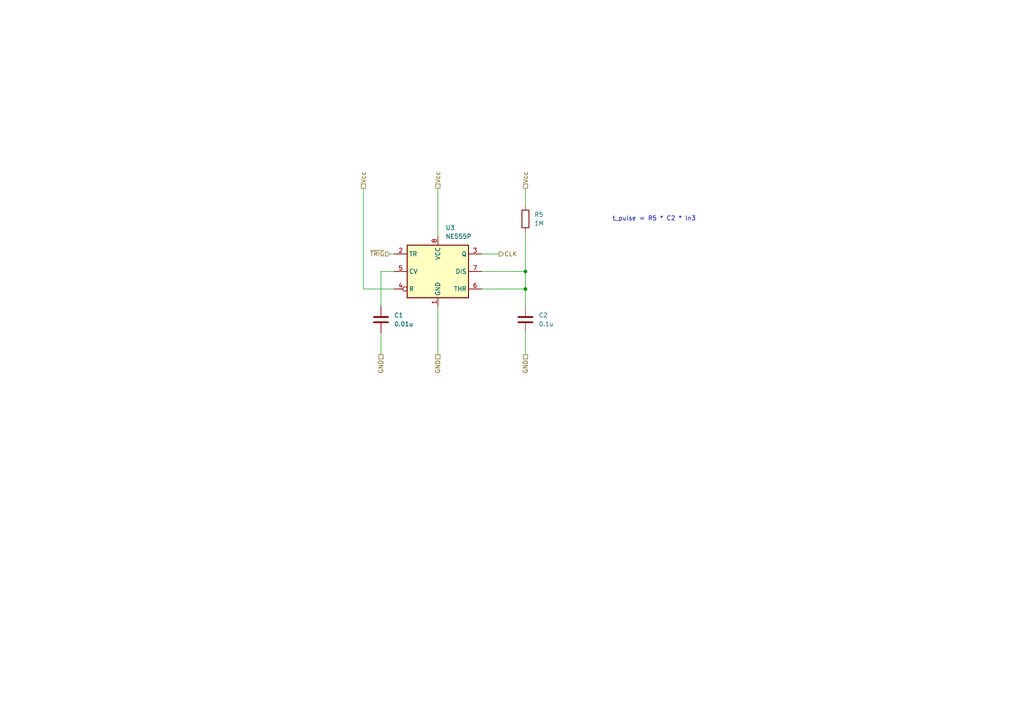
<source format=kicad_sch>
(kicad_sch (version 20231120) (generator "eeschema") (generator_version "8.0")
  (paper "A4")
  (title_block (title "${SHEETNAME}") (date "2024-06-03") (rev "v0.1") (company "BitBanged") (comment 1 "Inspired from Ben Eater's design.") (comment 2 "https://eater.net/8bit/clock"))
  (lib_symbols
    (symbol "Device:C" (pin_numbers hide) (pin_names (offset 0.254))
      (property "Reference" "C" (at 0.635 2.54 0))
      (property "Value" "C" (at 0.635 -2.54 0))
      (symbol "C_0_1"
        (polyline (pts (xy -2.032 -0.762) (xy 2.032 -0.762)) (stroke (width 0.508)))
        (polyline (pts (xy -2.032 0.762) (xy 2.032 0.762)) (stroke (width 0.508)))
      )
      (symbol "C_1_1"
        (pin passive line (at 0 3.81 270) (length 2.794) (name "~") (number "1"))
        (pin passive line (at 0 -3.81 90) (length 2.794) (name "~") (number "2"))
      )
    )
    (symbol "Device:R" (pin_numbers hide) (pin_names (offset 0))
      (property "Reference" "R" (at 2.032 0 90))
      (property "Value" "R" (at 0 0 90))
      (symbol "R_0_1"
        (rectangle (start -1.016 -2.54) (end 1.016 2.54) (stroke (width 0.254)))
      )
      (symbol "R_1_1"
        (pin passive line (at 0 3.81 270) (length 1.27) (name "~") (number "1"))
        (pin passive line (at 0 -3.81 90) (length 1.27) (name "~") (number "2"))
      )
    )
    (symbol "Timer:NE555P"
      (property "Reference" "U" (at -10.16 8.89 0))
      (property "Value" "NE555P" (at 2.54 8.89 0))
      (symbol "NE555P_0_0"
        (pin power_in line (at 0 -10.16 90) (length 2.54) (name "GND") (number "1"))
        (pin power_in line (at 0 10.16 270) (length 2.54) (name "VCC") (number "8"))
      )
      (symbol "NE555P_0_1"
        (rectangle (start -8.89 -7.62) (end 8.89 7.62) (stroke (width 0.254)) (fill (type background)))
        (rectangle (start -8.89 -7.62) (end 8.89 7.62) (stroke (width 0.254)) (fill (type background)))
      )
      (symbol "NE555P_1_1"
        (pin input line (at -12.7 5.08 0) (length 3.81) (name "TR") (number "2"))
        (pin output line (at 12.7 5.08 180) (length 3.81) (name "Q") (number "3"))
        (pin input inverted (at -12.7 -5.08 0) (length 3.81) (name "R") (number "4"))
        (pin input line (at -12.7 0 0) (length 3.81) (name "CV") (number "5"))
        (pin input line (at 12.7 -5.08 180) (length 3.81) (name "THR") (number "6"))
        (pin input line (at 12.7 0 180) (length 3.81) (name "DIS") (number "7"))
      )
    )
  )
  (junction (at 152.4 83.82))
  (junction (at 152.4 78.74))
  (wire (pts (xy 152.4 78.74) (xy 152.4 83.82)))
  (wire (pts (xy 139.7 78.74) (xy 152.4 78.74)))
  (wire (pts (xy 127 54.61) (xy 127 68.58)))
  (wire (pts (xy 152.4 83.82) (xy 152.4 88.9)))
  (wire (pts (xy 110.49 78.74) (xy 110.49 88.9)))
  (wire (pts (xy 113.03 73.66) (xy 114.3 73.66)))
  (wire (pts (xy 152.4 67.31) (xy 152.4 78.74)))
  (wire (pts (xy 127 88.9) (xy 127 102.87)))
  (wire (pts (xy 110.49 96.52) (xy 110.49 102.87)))
  (wire (pts (xy 152.4 96.52) (xy 152.4 102.87)))
  (wire (pts (xy 105.41 83.82) (xy 114.3 83.82)))
  (wire (pts (xy 114.3 78.74) (xy 110.49 78.74)))
  (wire (pts (xy 152.4 83.82) (xy 139.7 83.82)))
  (wire (pts (xy 139.7 73.66) (xy 144.78 73.66)))
  (wire (pts (xy 105.41 54.61) (xy 105.41 83.82)))
  (wire (pts (xy 152.4 54.61) (xy 152.4 59.69)))
  (text "t_pulse = ${abfb3638-b400-45a8-a0c8-6d5de530c14c:REFERENCE} * ${22daccfe-1f50-479a-b38e-5923388ce994:REFERENCE} * ln3" (at 189.738 63.5 0) (effects (font (size 1.27 1.27))))
  (hierarchical_label "Vcc" (shape passive) (at 152.4 54.61 90))
  (hierarchical_label "GND" (shape passive) (at 152.4 102.87 270))
  (hierarchical_label "Vcc" (shape passive) (at 105.41 54.61 90))
  (hierarchical_label "GND" (shape passive) (at 127 102.87 270))
  (hierarchical_label "GND" (shape passive) (at 110.49 102.87 270))
  (hierarchical_label "CLK" (shape output) (at 144.78 73.66 0))
  (hierarchical_label "Vcc" (shape passive) (at 127 54.61 90))
  (hierarchical_label "~{TRIG}" (shape input) (at 113.03 73.66 180))
  (symbol (lib_id "Device:C") (at 152.4 92.71 0) (unit 1)
    (property "Reference" "C2" (at 156.21 91.4399 0) (effects (justify left)))
    (property "Value" "0.1u" (at 156.21 93.9799 0) (effects (justify left)))
    (property "Description" "Unpolarized capacitor" (effects (hide yes)))
  )
  (symbol (lib_id "Device:R") (at 152.4 63.5 0) (unit 1)
    (property "Reference" "R5" (at 154.94 62.2299 0) (effects (justify left)))
    (property "Value" "1M" (at 154.94 64.7699 0) (effects (justify left)))
    (property "Description" "Resistor" (effects (hide yes)))
  )
  (symbol (lib_id "Device:C") (at 110.49 92.71 0) (unit 1)
    (property "Reference" "C1" (at 114.3 91.4399 0) (effects (justify left)))
    (property "Value" "0.01u" (at 114.3 93.9799 0) (effects (justify left)))
    (property "Description" "Unpolarized capacitor" (effects (hide yes)))
  )
  (symbol (lib_id "Timer:NE555P") (at 127 78.74 0) (unit 1)
    (property "Reference" "U3" (at 129.1941 66.04 0) (effects (justify left)))
    (property "Value" "NE555P" (at 129.1941 68.58 0) (effects (justify left)))
    (property "Footprint" "Package_DIP:DIP-8_W7.62mm" (effects (hide yes)))
    (property "Datasheet" "http://www.ti.com/lit/ds/symlink/ne555.pdf" (effects (hide yes)))
    (property "Description" "Precision Timers, 555 compatible,  PDIP-8" (effects (hide yes)))
    (property "Sim.Library" "models/main.lib" (effects (hide yes)))
    (property "Sim.Name" "NE555" (effects (hide yes)))
    (property "Sim.Device" "SUBCKT" (effects (hide yes)))
    (property "Sim.Pins" "1=1 2=2 3=3 4=4 5=5 6=6 7=7 8=8" (effects (hide yes)))
  )
)
</source>
